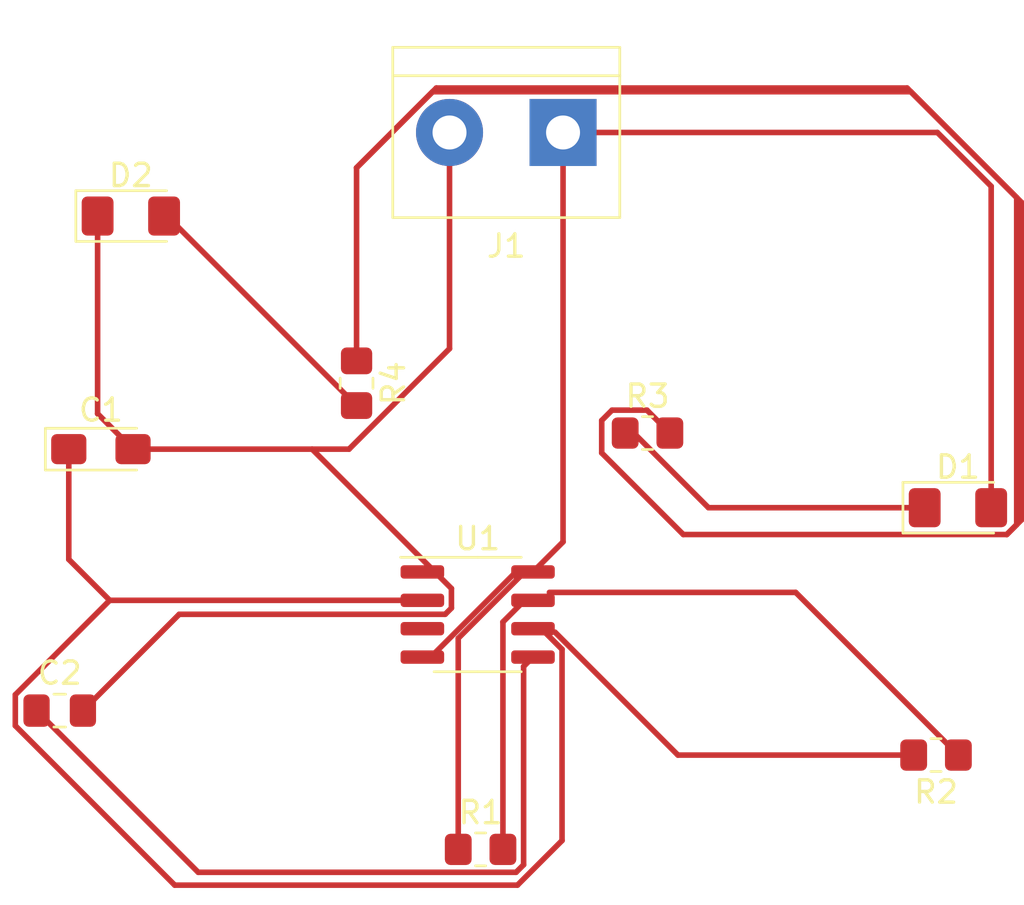
<source format=kicad_pcb>
(kicad_pcb (version 20211014) (generator pcbnew)
  (layers (0 "F.Cu" signal) (31 "B.Cu" signal) (34 "B.Paste" user) (35 "F.Paste" user) (36 "B.SilkS" user "B.Silkscreen") (37 "F.SilkS" user "F.Silkscreen") (38 "B.Mask" user) (39 "F.Mask" user) (44 "Edge.Cuts" user))
  (net 0 "")
  (net 1 "/pin_2")
  (net 2 "GND")
  (net 3 "Net-(C2-Pad1)")
  (net 4 "Net-(D1-Pad1)")
  (net 5 "+9V")
  (net 6 "Net-(D2-Pad2)")
  (net 7 "/pin_7")
  (net 8 "/pin_3")
  (footprint "LED_SMD:LED_1206_3216Metric_Pad1.42x1.75mm_HandSolder" (layer "F.Cu") (at 161.01 87)
    (fp_text reference "D1" (at 0 -1.82) (layer "F.SilkS"))
    (fp_text value "LED")
    (fp_line (start 1.6 -1.135) (end -2.46 -1.135) (layer "F.SilkS") (width 0.12))
    (fp_line (start -2.46 -1.135) (end -2.46 1.135) (layer "F.SilkS") (width 0.12))
    (fp_line (start -2.46 1.135) (end 1.6 1.135) (layer "F.SilkS") (width 0.12))
    (pad "1" smd roundrect (at -1.4875 0) (size 1.425 1.75) (layers "F.Cu" "F.Paste" "F.Mask") (roundrect_rratio 0.175439) (net 4 "Net-(D1-Pad1)"))
    (pad "2" smd roundrect (at 1.4875 0) (size 1.425 1.75) (layers "F.Cu" "F.Paste" "F.Mask") (roundrect_rratio 0.175439) (net 5 "+9V"))
  )
  (footprint "Capacitor_Tantalum_SMD:CP_EIA-3216-18_Kemet-A_Pad1.58x1.35mm_HandSolder" (layer "F.Cu") (at 122.66 84.38)
    (fp_text reference "C1" (at 0 -1.75) (layer "F.SilkS"))
    (fp_text value "10uF")
    (fp_line (start -2.485 -0.935) (end -2.485 0.935) (layer "F.SilkS") (width 0.12))
    (fp_line (start -2.485 0.935) (end 1.6 0.935) (layer "F.SilkS") (width 0.12))
    (fp_line (start 1.6 -0.935) (end -2.485 -0.935) (layer "F.SilkS") (width 0.12))
    (pad "1" smd roundrect (at -1.4375 0) (size 1.575 1.35) (layers "F.Cu" "F.Paste" "F.Mask") (roundrect_rratio 0.185185) (net 1 "/pin_2"))
    (pad "2" smd roundrect (at 1.4375 0) (size 1.575 1.35) (layers "F.Cu" "F.Paste" "F.Mask") (roundrect_rratio 0.185185) (net 2 "GND"))
  )
  (footprint "TerminalBlock:TerminalBlock_bornier-2_P5.08mm" (layer "F.Cu") (at 143.34 70.21 180)
    (fp_text reference "J1" (at 2.54 -5.08) (layer "F.SilkS"))
    (fp_text value "Conn_01x02_Male")
    (fp_line (start 7.62 3.81) (end 7.62 -3.81) (layer "F.SilkS") (width 0.12))
    (fp_line (start 7.62 2.54) (end -2.54 2.54) (layer "F.SilkS") (width 0.12))
    (fp_line (start 7.62 -3.81) (end -2.54 -3.81) (layer "F.SilkS") (width 0.12))
    (fp_line (start -2.54 3.81) (end 7.62 3.81) (layer "F.SilkS") (width 0.12))
    (fp_line (start -2.54 -3.81) (end -2.54 3.81) (layer "F.SilkS") (width 0.12))
    (pad "1" thru_hole rect (at 0 0 180) (size 3 3) (drill 1.52) (layers *.Cu *.Mask) (net 5 "+9V"))
    (pad "2" thru_hole circle (at 5.08 0 180) (size 3 3) (drill 1.52) (layers *.Cu *.Mask) (net 2 "GND"))
  )
  (footprint "Resistor_SMD:R_0805_2012Metric_Pad1.20x1.40mm_HandSolder" (layer "F.Cu") (at 160.03 98.07 180)
    (fp_text reference "R2" (at 0 -1.65) (layer "F.SilkS"))
    (fp_text value "10K")
    (fp_line (start -0.227064 0.735) (end 0.227064 0.735) (layer "F.SilkS") (width 0.12))
    (fp_line (start -0.227064 -0.735) (end 0.227064 -0.735) (layer "F.SilkS") (width 0.12))
    (pad "1" smd roundrect (at -1 0 180) (size 1.2 1.4) (layers "F.Cu" "F.Paste" "F.Mask") (roundrect_rratio 0.208333) (net 7 "/pin_7"))
    (pad "2" smd roundrect (at 1 0 180) (size 1.2 1.4) (layers "F.Cu" "F.Paste" "F.Mask") (roundrect_rratio 0.208333) (net 1 "/pin_2"))
  )
  (footprint "Resistor_SMD:R_0805_2012Metric_Pad1.20x1.40mm_HandSolder" (layer "F.Cu") (at 139.65 102.29)
    (fp_text reference "R1" (at 0 -1.65) (layer "F.SilkS"))
    (fp_text value "1K")
    (fp_line (start -0.227064 0.735) (end 0.227064 0.735) (layer "F.SilkS") (width 0.12))
    (fp_line (start -0.227064 -0.735) (end 0.227064 -0.735) (layer "F.SilkS") (width 0.12))
    (pad "1" smd roundrect (at -1 0) (size 1.2 1.4) (layers "F.Cu" "F.Paste" "F.Mask") (roundrect_rratio 0.208333) (net 5 "+9V"))
    (pad "2" smd roundrect (at 1 0) (size 1.2 1.4) (layers "F.Cu" "F.Paste" "F.Mask") (roundrect_rratio 0.208333) (net 7 "/pin_7"))
  )
  (footprint "Resistor_SMD:R_0805_2012Metric_Pad1.20x1.40mm_HandSolder" (layer "F.Cu") (at 134.1 81.43 -90)
    (fp_text reference "R4" (at 0 -1.65 90) (layer "F.SilkS"))
    (fp_text value "1K")
    (fp_line (start -0.227064 0.735) (end 0.227064 0.735) (layer "F.SilkS") (width 0.12))
    (fp_line (start -0.227064 -0.735) (end 0.227064 -0.735) (layer "F.SilkS") (width 0.12))
    (pad "1" smd roundrect (at -1 0 270) (size 1.2 1.4) (layers "F.Cu" "F.Paste" "F.Mask") (roundrect_rratio 0.208333) (net 8 "/pin_3"))
    (pad "2" smd roundrect (at 1 0 270) (size 1.2 1.4) (layers "F.Cu" "F.Paste" "F.Mask") (roundrect_rratio 0.208333) (net 6 "Net-(D2-Pad2)"))
  )
  (footprint "Capacitor_SMD:C_0805_2012Metric_Pad1.18x1.45mm_HandSolder" (layer "F.Cu") (at 120.8175 96.08)
    (fp_text reference "C2" (at 0 -1.68) (layer "F.SilkS"))
    (fp_text value "0.01uF")
    (fp_line (start -0.261252 -0.735) (end 0.261252 -0.735) (layer "F.SilkS") (width 0.12))
    (fp_line (start -0.261252 0.735) (end 0.261252 0.735) (layer "F.SilkS") (width 0.12))
    (pad "1" smd roundrect (at -1.0375 0) (size 1.175 1.45) (layers "F.Cu" "F.Paste" "F.Mask") (roundrect_rratio 0.212766) (net 3 "Net-(C2-Pad1)"))
    (pad "2" smd roundrect (at 1.0375 0) (size 1.175 1.45) (layers "F.Cu" "F.Paste" "F.Mask") (roundrect_rratio 0.212766) (net 2 "GND"))
  )
  (footprint "Resistor_SMD:R_0805_2012Metric_Pad1.20x1.40mm_HandSolder" (layer "F.Cu") (at 147.12 83.66)
    (fp_text reference "R3" (at 0 -1.65) (layer "F.SilkS"))
    (fp_text value "1K")
    (fp_line (start -0.227064 -0.735) (end 0.227064 -0.735) (layer "F.SilkS") (width 0.12))
    (fp_line (start -0.227064 0.735) (end 0.227064 0.735) (layer "F.SilkS") (width 0.12))
    (pad "1" smd roundrect (at -1 0) (size 1.2 1.4) (layers "F.Cu" "F.Paste" "F.Mask") (roundrect_rratio 0.208333) (net 4 "Net-(D1-Pad1)"))
    (pad "2" smd roundrect (at 1 0) (size 1.2 1.4) (layers "F.Cu" "F.Paste" "F.Mask") (roundrect_rratio 0.208333) (net 8 "/pin_3"))
  )
  (footprint "Package_SO:SOIC-8_3.9x4.9mm_P1.27mm" (layer "F.Cu") (at 139.52 91.78)
    (fp_text reference "U1" (at 0 -3.4) (layer "F.SilkS"))
    (fp_text value "NE555D")
    (fp_line (start 0 -2.56) (end 1.95 -2.56) (layer "F.SilkS") (width 0.12))
    (fp_line (start 0 -2.56) (end -3.45 -2.56) (layer "F.SilkS") (width 0.12))
    (fp_line (start 0 2.56) (end 1.95 2.56) (layer "F.SilkS") (width 0.12))
    (fp_line (start 0 2.56) (end -1.95 2.56) (layer "F.SilkS") (width 0.12))
    (pad "1" smd roundrect (at -2.475 -1.905) (size 1.95 0.6) (layers "F.Cu" "F.Paste" "F.Mask") (net 2 "GND"))
    (pad "2" smd roundrect (at -2.475 -0.635) (size 1.95 0.6) (layers "F.Cu" "F.Paste" "F.Mask") (net 1 "/pin_2"))
    (pad "3" smd roundrect (at -2.475 0.635) (size 1.95 0.6) (layers "F.Cu" "F.Paste" "F.Mask") (net 8 "/pin_3"))
    (pad "4" smd roundrect (at -2.475 1.905) (size 1.95 0.6) (layers "F.Cu" "F.Paste" "F.Mask") (net 5 "+9V"))
    (pad "5" smd roundrect (at 2.475 1.905) (size 1.95 0.6) (layers "F.Cu" "F.Paste" "F.Mask") (net 3 "Net-(C2-Pad1)"))
    (pad "6" smd roundrect (at 2.475 0.635) (size 1.95 0.6) (layers "F.Cu" "F.Paste" "F.Mask") (net 1 "/pin_2"))
    (pad "7" smd roundrect (at 2.475 -0.635) (size 1.95 0.6) (layers "F.Cu" "F.Paste" "F.Mask") (net 7 "/pin_7"))
    (pad "8" smd roundrect (at 2.475 -1.905) (size 1.95 0.6) (layers "F.Cu" "F.Paste" "F.Mask") (net 5 "+9V"))
  )
  (footprint "LED_SMD:LED_1206_3216Metric_Pad1.42x1.75mm_HandSolder" (layer "F.Cu") (at 124 73.95)
    (fp_text reference "D2" (at 0 -1.82) (layer "F.SilkS"))
    (fp_text value "LED")
    (fp_line (start -2.46 1.135) (end 1.6 1.135) (layer "F.SilkS") (width 0.12))
    (fp_line (start 1.6 -1.135) (end -2.46 -1.135) (layer "F.SilkS") (width 0.12))
    (fp_line (start -2.46 -1.135) (end -2.46 1.135) (layer "F.SilkS") (width 0.12))
    (pad "1" smd roundrect (at -1.4875 0) (size 1.425 1.75) (layers "F.Cu" "F.Paste" "F.Mask") (roundrect_rratio 0.175439) (net 2 "GND"))
    (pad "2" smd roundrect (at 1.4875 0) (size 1.425 1.75) (layers "F.Cu" "F.Paste" "F.Mask") (roundrect_rratio 0.175439) (net 6 "Net-(D2-Pad2)"))
  )
  (segment (start 121.2225 84.38) (end 121.2225 89.3125) (width 0.25) (layer "F.Cu") (net 1))
  (segment (start 123.055 91.145) (end 137.045 91.145) (width 0.25) (layer "F.Cu") (net 1))
  (segment (start 121.2225 89.3125) (end 123.055 91.145) (width 0.25) (layer "F.Cu") (net 1))
  (segment (start 118.83 95.37) (end 123.055 91.145) (width 0.25) (layer "F.Cu") (net 1))
  (segment (start 143.295 101.894569) (end 141.299569 103.89) (width 0.25) (layer "F.Cu") (net 1))
  (segment (start 143.295 93.338249) (end 143.295 101.894569) (width 0.25) (layer "F.Cu") (net 1))
  (segment (start 142.371751 92.415) (end 143.295 93.338249) (width 0.25) (layer "F.Cu") (net 1))
  (segment (start 125.964327 103.89) (end 118.83 96.755673) (width 0.25) (layer "F.Cu") (net 1))
  (segment (start 148.48 98.07) (end 142.98 92.57) (width 0.25) (layer "F.Cu") (net 1))
  (segment (start 159.03 98.07) (end 148.48 98.07) (width 0.25) (layer "F.Cu") (net 1))
  (segment (start 141.299569 103.89) (end 125.964327 103.89) (width 0.25) (layer "F.Cu") (net 1))
  (segment (start 118.83 96.755673) (end 118.83 95.37) (width 0.25) (layer "F.Cu") (net 1))
  (segment (start 141.995 92.415) (end 142.371751 92.415) (width 0.25) (layer "F.Cu") (net 1))
  (segment (start 121.855 96.08) (end 126.165 91.77) (width 0.25) (layer "F.Cu") (net 2))
  (segment (start 138.066751 91.77) (end 138.345 91.491751) (width 0.25) (layer "F.Cu") (net 2))
  (segment (start 122.5125 82.795) (end 124.0975 84.38) (width 0.25) (layer "F.Cu") (net 2))
  (segment (start 138.26 70.21) (end 138.26 79.883173) (width 0.25) (layer "F.Cu") (net 2))
  (segment (start 132.11 84.38) (end 124.0975 84.38) (width 0.25) (layer "F.Cu") (net 2))
  (segment (start 126.165 91.77) (end 138.066751 91.77) (width 0.25) (layer "F.Cu") (net 2))
  (segment (start 122.5125 73.95) (end 122.5125 82.795) (width 0.25) (layer "F.Cu") (net 2))
  (segment (start 133.763173 84.38) (end 132.11 84.38) (width 0.25) (layer "F.Cu") (net 2))
  (segment (start 138.345 90.615) (end 132.11 84.38) (width 0.25) (layer "F.Cu") (net 2))
  (segment (start 138.26 79.883173) (end 133.763173 84.38) (width 0.25) (layer "F.Cu") (net 2))
  (segment (start 138.345 91.491751) (end 138.345 90.615) (width 0.25) (layer "F.Cu") (net 2))
  (segment (start 127.015 103.315) (end 119.78 96.08) (width 0.25) (layer "F.Cu") (net 3))
  (segment (start 141.575 102.978173) (end 141.238173 103.315) (width 0.25) (layer "F.Cu") (net 3))
  (segment (start 141.238173 103.315) (end 127.015 103.315) (width 0.25) (layer "F.Cu") (net 3))
  (segment (start 141.995 93.685) (end 141.575 94.105) (width 0.25) (layer "F.Cu") (net 3))
  (segment (start 141.575 94.105) (end 141.575 102.978173) (width 0.25) (layer "F.Cu") (net 3))
  (segment (start 149.846827 87) (end 146.506827 83.66) (width 0.25) (layer "F.Cu") (net 4))
  (segment (start 159.5225 87) (end 149.846827 87) (width 0.25) (layer "F.Cu") (net 4))
  (segment (start 146.506827 83.66) (end 146.12 83.66) (width 0.25) (layer "F.Cu") (net 4))
  (segment (start 162.4975 72.6175) (end 160.09 70.21) (width 0.25) (layer "F.Cu") (net 5))
  (segment (start 143.34 70.21) (end 143.34 88.53) (width 0.25) (layer "F.Cu") (net 5))
  (segment (start 141.995 89.875) (end 141.618249 89.875) (width 0.25) (layer "F.Cu") (net 5))
  (segment (start 141.231751 89.875) (end 141.995 89.875) (width 0.25) (layer "F.Cu") (net 5))
  (segment (start 138.65 92.843249) (end 138.65 102.29) (width 0.25) (layer "F.Cu") (net 5))
  (segment (start 143.34 88.53) (end 141.995 89.875) (width 0.25) (layer "F.Cu") (net 5))
  (segment (start 141.618249 89.875) (end 138.65 92.843249) (width 0.25) (layer "F.Cu") (net 5))
  (segment (start 137.045 93.685) (end 137.421751 93.685) (width 0.25) (layer "F.Cu") (net 5))
  (segment (start 162.4975 87) (end 162.4975 72.6175) (width 0.25) (layer "F.Cu") (net 5))
  (segment (start 160.09 70.21) (end 143.34 70.21) (width 0.25) (layer "F.Cu") (net 5))
  (segment (start 137.421751 93.685) (end 141.231751 89.875) (width 0.25) (layer "F.Cu") (net 5))
  (segment (start 125.4875 73.95) (end 125.62 73.95) (width 0.25) (layer "F.Cu") (net 6))
  (segment (start 125.62 73.95) (end 134.1 82.43) (width 0.25) (layer "F.Cu") (net 6))
  (segment (start 141.995 91.145) (end 141.618249 91.145) (width 0.25) (layer "F.Cu") (net 7))
  (segment (start 153.75 90.79) (end 142.73 90.79) (width 0.25) (layer "F.Cu") (net 7))
  (segment (start 140.65 92.113249) (end 140.65 102.29) (width 0.25) (layer "F.Cu") (net 7))
  (segment (start 141.618249 91.145) (end 140.65 92.113249) (width 0.25) (layer "F.Cu") (net 7))
  (segment (start 161.03 98.07) (end 153.75 90.79) (width 0.25) (layer "F.Cu") (net 7))
  (segment (start 163.86 73.343604) (end 158.736396 68.22) (width 0.25) (layer "F.Cu") (net 8))
  (segment (start 137.66906 68.22) (end 134.1 71.78906) (width 0.25) (layer "F.Cu") (net 8))
  (segment (start 158.736396 68.22) (end 137.66906 68.22) (width 0.25) (layer "F.Cu") (net 8))
  (segment (start 163.64 87.758172) (end 163.64 73.123604) (width 0.25) (layer "F.Cu") (net 8))
  (segment (start 158.901396 68.385) (end 137.50406 68.385) (width 0.25) (layer "F.Cu") (net 8))
  (segment (start 163.86 87.538172) (end 163.86 73.343604) (width 0.25) (layer "F.Cu") (net 8))
  (segment (start 145.07 84.55) (end 148.72 88.2) (width 0.25) (layer "F.Cu") (net 8))
  (segment (start 163.64 73.123604) (end 158.901396 68.385) (width 0.25) (layer "F.Cu") (net 8))
  (segment (start 147.095 82.635) (end 145.531827 82.635) (width 0.25) (layer "F.Cu") (net 8))
  (segment (start 148.72 88.2) (end 163.198172 88.2) (width 0.25) (layer "F.Cu") (net 8))
  (segment (start 145.07 83.096827) (end 145.07 84.55) (width 0.25) (layer "F.Cu") (net 8))
  (segment (start 148.12 83.66) (end 147.095 82.635) (width 0.25) (layer "F.Cu") (net 8))
  (segment (start 134.1 71.78906) (end 134.1 80.43) (width 0.25) (layer "F.Cu") (net 8))
  (segment (start 145.531827 82.635) (end 145.07 83.096827) (width 0.25) (layer "F.Cu") (net 8))
  (segment (start 163.198172 88.2) (end 163.86 87.538172) (width 0.25) (layer "F.Cu") (net 8))
  (segment (start 163.198172 88.2) (end 163.64 87.758172) (width 0.25) (layer "F.Cu") (net 8))
  (segment (start 137.50406 68.385) (end 134.1 71.78906) (width 0.25) (layer "F.Cu") (net 8))
)
</source>
